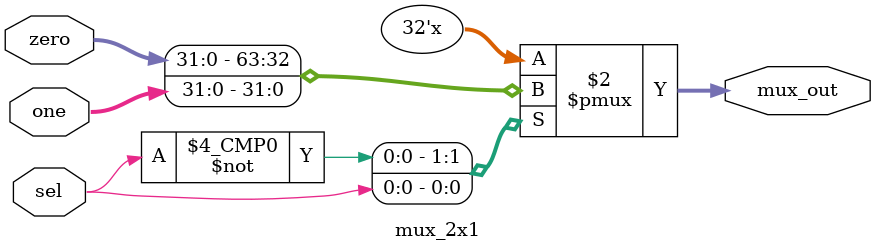
<source format=sv>
`timescale 1ns / 1ps

module mux_2x1(
    input [31:0] zero, one,
    input sel,
    output logic [31:0] mux_out
    );
    
    always_comb
    begin
        case(sel)
            0: mux_out = zero;
            1: mux_out = one;
            default: mux_out = zero;
        endcase
    end
    
endmodule
</source>
